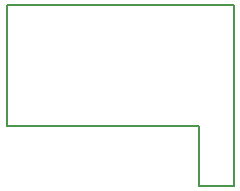
<source format=gm1>
%TF.GenerationSoftware,KiCad,Pcbnew,4.0.4-stable*%
%TF.CreationDate,2017-05-07T05:40:39+03:00*%
%TF.ProjectId,spi_soicw8_programming,7370695F736F696377385F70726F6772,rev?*%
%TF.FileFunction,Profile,NP*%
%FSLAX46Y46*%
G04 Gerber Fmt 4.6, Leading zero omitted, Abs format (unit mm)*
G04 Created by KiCad (PCBNEW 4.0.4-stable) date 05/07/17 05:40:39*
%MOMM*%
%LPD*%
G01*
G04 APERTURE LIST*
%ADD10C,0.200000*%
%ADD11C,0.150000*%
G04 APERTURE END LIST*
D10*
D11*
X157000000Y-115000000D02*
X157000000Y-116800000D01*
X160000000Y-115000000D02*
X160000000Y-116800000D01*
X160000000Y-101500000D02*
X156750000Y-101500000D01*
X160000000Y-115000000D02*
X160000000Y-101500000D01*
X157000000Y-116800000D02*
X160000000Y-116800000D01*
X157000000Y-111750000D02*
X157000000Y-115000000D01*
X156500000Y-111750000D02*
X157000000Y-111750000D01*
X140750000Y-111750000D02*
X156500000Y-111750000D01*
X140750000Y-101500000D02*
X156750000Y-101500000D01*
X140750000Y-111750000D02*
X140750000Y-101500000D01*
M02*

</source>
